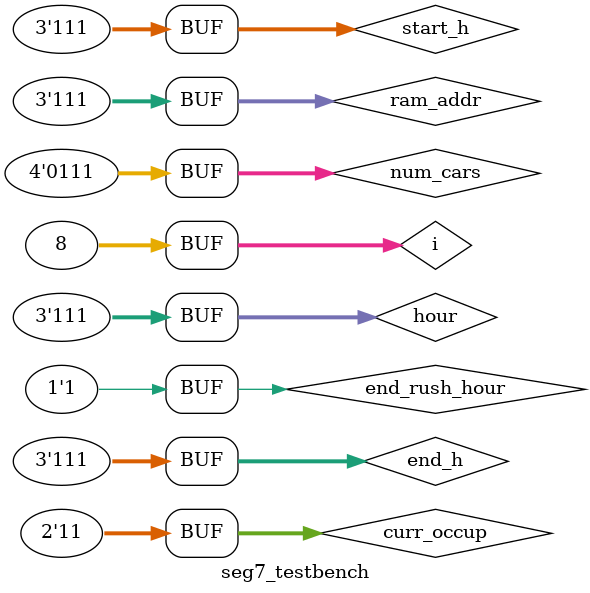
<source format=sv>


module seg7 (
	
	input logic reset,
	input logic [3:0] num_cars,
	input logic [2:0] hour, 
	input logic [2:0] ram_addr,
	input logic [2:0] start_h, 
	input logic [2:0] end_h,
	input logic [1:0] curr_occup,
	input logic end_rush_hour,
	input logic no_rush,

	output logic [6:0] HEX5, HEX4, HEX3, HEX2, HEX1, HEX0
	);
	
	logic [6:0] nc; 		// num_cars
	logic [6:0] tod; 		// time of day
	logic [6:0] ra; 		// ram address
	logic [6:0] st; 		// start time
	logic [6:0] et; 		// end time
	logic [6:0] nos; 		// number of spots 
	
	// num_cars
	always_comb begin 
		case (num_cars)
			//        Light: 6543210 
			4'b0000: nc = 7'b1000000; // 0
			4'b0001: nc = 7'b1111001; // 1  
			4'b0010: nc = 7'b0100100; // 2  
			4'b0011: nc = 7'b0110000; // 3  
			4'b0100: nc = 7'b0011001; // 4 
			4'b0101: nc = 7'b0010010; // 5  
			4'b0110: nc = 7'b0000010; // 6  
			4'b0111: nc = 7'b1111000; // 7 
			4'b1000: nc = 7'b0000000; // 8	
			4'b1001: nc = 7'b0011000; // 9
			4'b1010: nc = 7'b0001000; // A
			4'b1011: nc = 7'b0000011; // B
			4'b1100: nc = 7'b1000110; // C
			4'b1101: nc = 7'b0100001; // D
			4'b1110: nc = 7'b0000110; // E	
			4'b1111: nc = 7'b0001110; // F				
			default: nc = 7'b1111111;   
		endcase  
	end
	
	// time of day
	always_comb begin
		case (hour)
			//        Light: 6543210 
			3'b000: tod = 7'b1000000; // 0
			3'b001: tod = 7'b1111001; // 1  
			3'b010: tod = 7'b0100100; // 2  
			3'b011: tod = 7'b0110000; // 3  
			3'b100: tod = 7'b0011001; // 4 
			3'b101: tod = 7'b0010010; // 5  
			3'b110: tod = 7'b0000010; // 6  
			3'b111: tod = 7'b1111000; // 7 	
			default: tod = 7'b1111111;   
		endcase  
	end
	
	// ram address
	always_comb begin
		case (ram_addr)
			//       Light: 6543210 
			3'b000: ra = 7'b1000000; // 0
			3'b001: ra = 7'b1111001; // 1  
			3'b010: ra = 7'b0100100; // 2  
			3'b011: ra = 7'b0110000; // 3  
			3'b100: ra = 7'b0011001; // 4 
			3'b101: ra = 7'b0010010; // 5  
			3'b110: ra = 7'b0000010; // 6  
			3'b111: ra = 7'b1111000; // 7 	
			default: ra = 7'b1111111;   
		endcase  
	end
	
	// start time
	always_comb begin 
		case (start_h)
			//       Light: 6543210 
			3'b000: st = 7'b1000000; // 0
			3'b001: st = 7'b1111001; // 1  
			3'b010: st = 7'b0100100; // 2  
			3'b011: st = 7'b0110000; // 3  
			3'b100: st = 7'b0011001; // 4 
			3'b101: st = 7'b0010010; // 5  
			3'b110: st = 7'b0000010; // 6  
			3'b111: st = 7'b1111000; // 7 	
			default: st = 7'b1111111;   
		endcase  
	end
	
	// end time
	always_comb begin 
		case (end_h)
			//          Light: 6543210 
			3'b000: et = 7'b1000000; // 0
			3'b001: et = 7'b1111001; // 1  
			3'b010: et = 7'b0100100; // 2  
			3'b011: et = 7'b0110000; // 3  
			3'b100: et = 7'b0011001; // 4 
			3'b101: et = 7'b0010010; // 5  
			3'b110: et = 7'b0000010; // 6  
			3'b111: et = 7'b1111000; // 7 	
			default: et = 7'b1111111;   
		endcase  
	end	
	
	// number of spots left
	always_comb begin 
		case (curr_occup)
			//       Light: 6543210 
			2'b00: nos = 7'b0110000; // 3 
			2'b01: nos = 7'b0100100; // 2  
			2'b10: nos = 7'b1111001; // 1  
			2'b11: nos = 7'b1000000; // 0 
			default: nos = 7'b1111111;   
		endcase  
	end
	
	// HEXs display
	always_comb begin
		
		if (!end_rush_hour) begin 			// during the rush hour
			
			if (curr_occup==2'd3) begin   // when the parkinglot is full
				HEX5 = tod; 					// time of day
				HEX4 = 7'b1111111;
				HEX3 = 7'b0001110; // F
				HEX2 = 7'b1000001; // U
				HEX1 = 7'b1000111; // L
				HEX0 = 7'b1000111; // L
			end
			
			else begin	
				HEX5 = tod; 					// time of day
				HEX4 = 7'b1111111;
				HEX3 = 7'b1111111;
				HEX2 = 7'b1111111;
				HEX1 = 7'b1111111;
				HEX0 = nos; 					// number of spots left
			end
		
		end
			
		else begin								// the rush hour is over
			
			if (no_rush) begin				// no rush hour at all
				HEX5 = 7'b1111111;
				HEX4 = 7'b1111110;			// dash
				HEX3 = 7'b1111110;			// dash
				HEX2 = ra;						// ram address
				HEX1 = nc;						// num_cars
				HEX0 = 7'b1111111;
			end
			
			else begin							// if there as a rush hour
				HEX5 = 7'b1111111;
				HEX4 = et;						// end time
				HEX3 = st;						// start time
				HEX2 = ra;						// ram address
				HEX1 = nc;						// num_cars
				HEX0 = 7'b1111111;
			end
			
		end
	
	end

endmodule	



module seg7_testbench();

	logic reset;
	logic [3:0] num_cars;
	logic [2:0] hour;
	logic [2:0] ram_addr;
	logic [2:0] start_h, end_h;
	logic [1:0] curr_occup;
	logic end_rush_hour;
	logic no_rush;

	logic [6:0] HEX5, HEX4, HEX3, HEX2, HEX1, HEX0;

	seg7 dut (.*);
	
	integer i;
	
	initial begin 
		end_rush_hour = 0;
		for(i=0; i<2**3; i++) begin
			{hour} = i; {curr_occup} = i; {num_cars} = i; {ram_addr} = i; {start_h} = i; {end_h} = i ;#10;
		end // end for loop
		
		end_rush_hour = 1;
		for(i=0; i<2**3; i++) begin
			{hour} = i; {curr_occup} = i; {num_cars} = i; {ram_addr} = i; {start_h} = i; {end_h} = i ;#10;
		end // end for loop
	end

endmodule	
</source>
